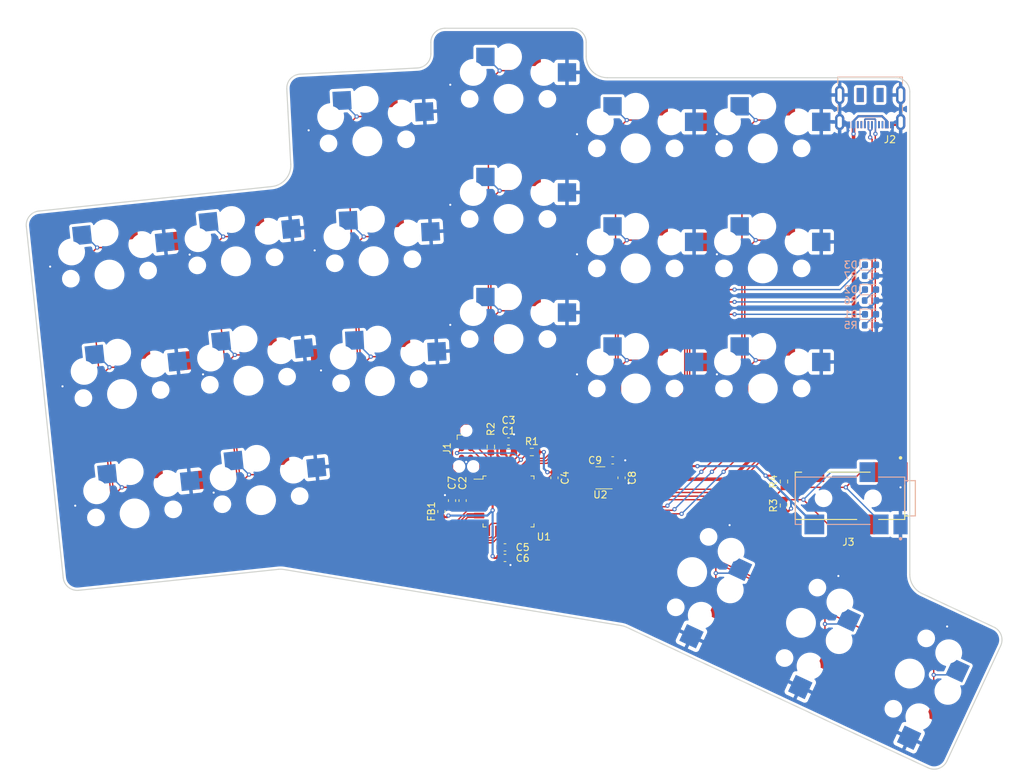
<source format=kicad_pcb>
(kicad_pcb (version 20211014) (generator pcbnew)
  (title_block (title "bd0") (rev "v1.0.0") (company "Unknown"))
  (layers (0 "F.Cu" signal) (31 "B.Cu" signal) (34 "B.Paste" user) (35 "F.Paste" user) (36 "B.SilkS" user "B.Silkscreen") (37 "F.SilkS" user "F.Silkscreen") (38 "B.Mask" user) (39 "F.Mask" user) (44 "Edge.Cuts" user))
  (net 0 "")
  (net 1 "/outer_bottom")
  (net 2 "GND")
  (net 3 "/outer_home")
  (net 4 "/outer_top")
  (net 5 "/pinky_bottom")
  (net 6 "/pinky_home")
  (net 7 "/pinky_top")
  (net 8 "/ring_bottom")
  (net 9 "/ring_home")
  (net 10 "/ring_top")
  (net 11 "/middle_bottom")
  (net 12 "/middle_home")
  (net 13 "/middle_top")
  (net 14 "/index_bottom")
  (net 15 "/index_home")
  (net 16 "/index_top")
  (net 17 "/inner_bottom")
  (net 18 "/inner_home")
  (net 19 "/inner_top")
  (net 20 "/near_thumb")
  (net 21 "/home_thumb")
  (net 22 "/far_thumb")
  (net 23 "+1V2")
  (net 24 "/3V3A")
  (net 25 "+3V3")
  (net 26 "+5V")
  (net 27 "/USB_DP")
  (net 28 "/USB_DN")
  (net 29 "/SDA")
  (net 30 "/SCL")
  (net 31 "/SWDIO")
  (net 32 "/RESETn")
  (net 33 "/SWCLK")
  (net 35 "Net-(D1-Pad2)")
  (net 36 "Net-(D2-Pad2)")
  (net 37 "Net-(D3-Pad2)")
  (net 40 "/LED0")
  (net 41 "/LED1")
  (net 42 "/LED2")
  (footprint "Connector:Tag-Connect_TC2030-IDC-NL_2x03_P1.27mm_Vertical" (layer "F.Cu") (at 216 158.5 -90)
    (fp_text reference "J1")
    (fp_text value "Conn_02x03_Odd_Even")
  )
  (footprint "PG1350" (layer "F.Cu") (at 248 176 -115)
    (fp_text reference "S19" hide)
    (fp_text value "" hide)
  )
  (footprint "PG1350" (layer "F.Cu") (at 169.054911 167.69448 6)
    (fp_text reference "S1" hide)
    (fp_text value "" hide)
  )
  (footprint "PG1350" (layer "F.Cu") (at 183.402337 131.999223 6)
    (fp_text reference "S6" hide)
    (fp_text value "" hide)
  )
  (footprint "Capacitor_SMD:C_0603_1608Metric" (layer "F.Cu") (at 228.5 162.65 -90)
    (fp_text reference "C4")
    (fp_text value "0.1uF")
  )
  (footprint "Inductor_SMD:L_0603_1608Metric" (layer "F.Cu") (at 212.5 167.425 90)
    (fp_text reference "FB1")
    (fp_text value "FerriteBead")
  )
  (footprint "Capacitor_SMD:C_0603_1608Metric" (layer "F.Cu") (at 215.5 165.875 90)
    (fp_text reference "C2")
    (fp_text value "0.1uF")
  )
  (footprint "Package_TO_SOT_SMD:SOT-23" (layer "F.Cu") (at 235 162.65 180)
    (fp_text reference "U2")
    (fp_text value "AP2127N-3.3")
  )
  (footprint "PG1350" (layer "F.Cu") (at 202.007611 115.007958 3)
    (fp_text reference "S9" hide)
    (fp_text value "" hide)
  )
  (footprint "PG1350" (layer "F.Cu") (at 240 133)
    (fp_text reference "S14" hide)
    (fp_text value "" hide)
  )
  (footprint "PG1350" (layer "F.Cu") (at 202.897322 131.984661 3)
    (fp_text reference "S8" hide)
    (fp_text value "" hide)
  )
  (footprint "PG1350" (layer "F.Cu") (at 167.277927 150.787608 6)
    (fp_text reference "S2" hide)
    (fp_text value "" hide)
  )
  (footprint "Capacitor_SMD:C_0603_1608Metric" (layer "F.Cu") (at 222 157.5)
    (fp_text reference "C3")
    (fp_text value "0.1uF")
  )
  (footprint "PG1350" (layer "F.Cu") (at 263.407232 183.18451 -115)
    (fp_text reference "S20" hide)
    (fp_text value "" hide)
  )
  (footprint "Conn_CUI_SJ-4351:CUI-SJ-43514-SMT-0" (layer "F.Cu") (at 271.1 165.2 180)
    (fp_text reference "J3")
    (fp_text value "SJ-43514" hide)
  )
  (footprint "Capacitor_SMD:C_0603_1608Metric" (layer "F.Cu") (at 238 162.65 -90)
    (fp_text reference "C8")
    (fp_text value "1uF")
  )
  (footprint "PG1350" (layer "F.Cu") (at 240 150)
    (fp_text reference "S13" hide)
    (fp_text value "" hide)
  )
  (footprint "Capacitor_SMD:C_0603_1608Metric" (layer "F.Cu") (at 222 159)
    (fp_text reference "C1")
    (fp_text value "1uF")
  )
  (footprint "Resistor_SMD:R_0603_1608Metric" (layer "F.Cu") (at 219.5 158.25 -90)
    (fp_text reference "R2")
    (fp_text value "1k")
  )
  (footprint "Resistor_SMD:R_0603_1608Metric" (layer "F.Cu") (at 225.3 159 180)
    (fp_text reference "R1")
    (fp_text value "10k")
  )
  (footprint "PG1350" (layer "F.Cu") (at 186.956305 165.812968 6)
    (fp_text reference "S4" hide)
    (fp_text value "" hide)
  )
  (footprint "PG1350" (layer "F.Cu") (at 165.500943 133.880736 6)
    (fp_text reference "S3" hide)
    (fp_text value "" hide)
  )
  (footprint "PG1350" (layer "F.Cu") (at 258 150)
    (fp_text reference "S16" hide)
    (fp_text value "" hide)
  )
  (footprint "Connector_USB:USB_C_Receptacle_JAE_DX07S016JA1R1500" (layer "F.Cu") (at 273.2 109.6 180)
    (fp_text reference "J2")
    (fp_text value "USB_C_Receptacle_USB2.0")
  )
  (footprint "PG1350" (layer "F.Cu") (at 278.814465 190.369021 -115)
    (fp_text reference "S21" hide)
    (fp_text value "" hide)
  )
  (footprint "PG1350" (layer "F.Cu") (at 258 116)
    (fp_text reference "S18" hide)
    (fp_text value "" hide)
  )
  (footprint "Resistor_SMD:R_0603_1608Metric" (layer "F.Cu") (at 261 166.575 90)
    (fp_text reference "R3")
    (fp_text value "10k")
  )
  (footprint "Resistor_SMD:R_0603_1608Metric" (layer "F.Cu") (at 261 163.175 -90)
    (fp_text reference "R4")
    (fp_text value "10k")
  )
  (footprint "PG1350" (layer "F.Cu") (at 203.787033 148.961363 3)
    (fp_text reference "S7" hide)
    (fp_text value "" hide)
  )
  (footprint "PG1350" (layer "F.Cu") (at 240 116)
    (fp_text reference "S15" hide)
    (fp_text value "" hide)
  )
  (footprint "Capacitor_SMD:C_0603_1608Metric" (layer "F.Cu") (at 236.75 160.175)
    (fp_text reference "C9")
    (fp_text value "1uF")
  )
  (footprint "Package_QFP:TQFP-48_7x7mm_P0.5mm" (layer "F.Cu") (at 222 166)
    (fp_text reference "U1")
    (fp_text value "ATSAMD21G15B-A")
  )
  (footprint "PG1350" (layer "F.Cu") (at 222 143)
    (fp_text reference "S10" hide)
    (fp_text value "" hide)
  )
  (footprint "PG1350" (layer "F.Cu") (at 222 109)
    (fp_text reference "S12" hide)
    (fp_text value "" hide)
  )
  (footprint "PG1350" (layer "F.Cu") (at 222 126)
    (fp_text reference "S11" hide)
    (fp_text value "" hide)
  )
  (footprint "Capacitor_SMD:C_0603_1608Metric" (layer "F.Cu") (at 214 165.875 90)
    (fp_text reference "C7")
    (fp_text value "10uF")
  )
  (footprint "PG1350" (layer "F.Cu") (at 185.179321 148.906095 6)
    (fp_text reference "S5" hide)
    (fp_text value "" hide)
  )
  (footprint "Capacitor_SMD:C_0603_1608Metric" (layer "F.Cu") (at 221.5 172.5)
    (fp_text reference "C5")
    (fp_text value "0.1uF")
  )
  (footprint "Capacitor_SMD:C_0603_1608Metric" (layer "F.Cu") (at 221.5 174)
    (fp_text reference "C6")
    (fp_text value "10uF")
  )
  (footprint "PG1350" (layer "F.Cu") (at 258 133)
    (fp_text reference "S17" hide)
    (fp_text value "" hide)
  )
  (footprint "Connector_USB:USB_C_Receptacle_JAE_DX07S016JA1R1500" (layer "B.Cu") (at 273.2 109.6)
    (fp_text reference "J20" hide)
    (fp_text value "USB_C_Receptacle_USB2.0")
  )
  (footprint "Diode_SMD:D_0603_1608Metric" (layer "B.Cu") (at 273.25 139.5)
    (fp_text reference "D1")
    (fp_text value "LED")
  )
  (footprint "Diode_SMD:D_0603_1608Metric" (layer "B.Cu") (at 273.25 136)
    (fp_text reference "D2")
    (fp_text value "LED")
  )
  (footprint "Conn_CUI_SJ-4351:CUI-SJ-43514-SMT-0" (layer "B.Cu") (at 271.1 165.9 180)
    (fp_text reference "J30" hide)
    (fp_text value "SJ-43514" hide)
  )
  (footprint "Diode_SMD:D_0603_1608Metric" (layer "B.Cu") (at 273.25 132.5)
    (fp_text reference "D3")
    (fp_text value "LED")
  )
  (footprint "Resistor_SMD:R_0603_1608Metric" (layer "B.Cu") (at 273.25 137.55)
    (fp_text reference "R6")
    (fp_text value "470")
  )
  (footprint "Resistor_SMD:R_0603_1608Metric" (layer "B.Cu") (at 273.25 141.05)
    (fp_text reference "R5")
    (fp_text value "470")
  )
  (footprint "Resistor_SMD:R_0603_1608Metric" (layer "B.Cu") (at 273.25 134.05)
    (fp_text reference "R7")
    (fp_text value "470")
  )
  (gr_line (start 155.504961 124.876273) (end 188.481156 121.410335) (layer "Edge.Cuts") (width 0.15))
  (gr_line (start 192.496585 105.492687) (end 209.104672 104.622294) (layer "Edge.Cuts") (width 0.15))
  (gr_arc (start 189.397493 175.611472) (mid 189.801129 175.596389) (end 190.203132 175.635665) (layer "Edge.Cuts") (width 0.15))
  (gr_line (start 161.149499 178.580455) (end 189.397493 175.611471) (layer "Edge.Cuts") (width 0.15))
  (gr_line (start 284.073978 202.751973) (end 291.681107 186.438433) (layer "Edge.Cuts") (width 0.15))
  (gr_arc (start 280.54661 179.039576) (mid 279.284291 177.932552) (end 278.814465 176.320653) (layer "Edge.Cuts") (width 0.15))
  (gr_arc (start 153.724974 127.074374) (mid 154.159726 125.606676) (end 155.504961 124.876273) (layer "Edge.Cuts") (width 0.15))
  (gr_arc (start 284.073978 202.751974) (mid 282.945403 203.786122) (end 281.416126 203.719352) (layer "Edge.Cuts") (width 0.15))
  (gr_line (start 213 99) (end 231 99) (layer "Edge.Cuts") (width 0.15))
  (gr_arc (start 161.149499 178.580455) (mid 159.681801 178.145703) (end 158.951398 176.800468) (layer "Edge.Cuts") (width 0.15))
  (gr_arc (start 190.603998 107.594618) (mid 191.114967 106.151685) (end 192.496585 105.492687) (layer "Edge.Cuts") (width 0.15))
  (gr_line (start 278.814465 176.320653) (end 278.814465 108) (layer "Edge.Cuts") (width 0.15))
  (gr_arc (start 231 99) (mid 232.414214 99.585786) (end 233 101) (layer "Edge.Cuts") (width 0.15))
  (gr_line (start 236 106) (end 276.814465 106) (layer "Edge.Cuts") (width 0.15))
  (gr_line (start 280.54661 179.039576) (end 290.713728 183.780581) (layer "Edge.Cuts") (width 0.15))
  (gr_arc (start 236 106) (mid 233.87868 105.12132) (end 233 103) (layer "Edge.Cuts") (width 0.15))
  (gr_arc (start 211 102.625035) (mid 210.450749 104.001744) (end 209.104672 104.622294) (layer "Edge.Cuts") (width 0.15))
  (gr_arc (start 191.163459 118.269761) (mid 190.448788 120.375113) (end 188.481156 121.410335) (layer "Edge.Cuts") (width 0.15))
  (gr_line (start 238.733904 183.816305) (end 281.416126 203.719352) (layer "Edge.Cuts") (width 0.15))
  (gr_line (start 190.203132 175.635665) (end 237.958102 183.575857) (layer "Edge.Cuts") (width 0.15))
  (gr_arc (start 290.713727 183.780581) (mid 291.747876 184.909156) (end 291.681107 186.438433) (layer "Edge.Cuts") (width 0.15))
  (gr_line (start 153.724975 127.074374) (end 158.951398 176.800468) (layer "Edge.Cuts") (width 0.15))
  (gr_arc (start 211 101) (mid 211.585786 99.585786) (end 213 99) (layer "Edge.Cuts") (width 0.15))
  (gr_line (start 190.603998 107.594618) (end 191.163459 118.269761) (layer "Edge.Cuts") (width 0.15))
  (gr_arc (start 276.814465 106) (mid 278.228679 106.585786) (end 278.814465 108) (layer "Edge.Cuts") (width 0.15))
  (gr_line (start 233 103) (end 233 101) (layer "Edge.Cuts") (width 0.15))
  (gr_line (start 211 102.625035) (end 211 101) (layer "Edge.Cuts") (width 0.15))
  (gr_arc (start 237.958102 183.575856) (mid 238.354178 183.669704) (end 238.733904 183.816305) (layer "Edge.Cuts") (width 0.15))
  (segment (start 170.04904 172.54904) (end 166.85 169.35) (width 0.2) (layer "F.Cu") (net 1))
  (segment (start 167.25 164) (end 166.425 164.825) (width 0.2) (layer "F.Cu") (net 1))
  (segment (start 214.804744 172.54904) (end 170.04904 172.54904) (width 0.2) (layer "F.Cu") (net 1))
  (segment (start 222.594296 176.1) (end 218.355704 176.1) (width 0.2) (layer "F.Cu") (net 1))
  (segment (start 218.355704 176.1) (end 214.804744 172.54904) (width 0.2) (layer "F.Cu") (net 1))
  (segment (start 167.25 164) (end 169.12477 164) (width 0.2) (layer "F.Cu") (net 1))
  (segment (start 223.75 170.1625) (end 223.75 174.944296) (width 0.2) (layer "F.Cu") (net 1))
  (segment (start 169.12477 164) (end 171.690026 161.434744) (width 0.2) (layer "F.Cu") (net 1))
  (segment (start 166.85 169.35) (end 166.425 164.825) (width 0.2) (layer "F.Cu") (net 1))
  (segment (start 223.75 174.944296) (end 222.594296 176.1) (width 0.2) (layer "F.Cu") (net 1))
  (via (at 167.25 164) (size 0.6) (drill 0.3) (layers "F.Cu" "B.Cu") (net 1))
  (segment (start 167.25 164) (end 165.369405 162.119405) (width 0.2) (layer "B.Cu") (net 1))
  (segment (start 165.369405 162.119405) (end 165.175907 162.119405) (width 0.2) (layer "B.Cu") (net 1))
  (segment (start 213.75 122.275) (end 213.725 122.25) (width 0.3) (layer "F.Cu") (net 2))
  (segment (start 157.1 132.75) (end 156.879293 131.016252) (width 0.3) (layer "F.Cu") (net 2))
  (segment (start 158.85 149.7) (end 158.656277 147.923124) (width 0.3) (layer "F.Cu") (net 2))
  (segment (start 231.7 114) (end 231.7 112.275) (width 0.3) (layer "F.Cu") (net 2))
  (segment (start 222.275 174) (end 222.275 175) (width 0.3) (layer "F.Cu") (net 2))
  (segment (start 249.75 146.25) (end 251.5 148) (width 0.3) (layer "F.Cu") (net 2))
  (segment (start 217.8375 165.25) (end 215.65 165.25) (width 0.3) (layer "F.Cu") (net 2))
  (segment (start 215.5 165.1) (end 214 165.1) (width 0.3) (layer "F.Cu") (net 2))
  (segment (start 226.1625 163.75) (end 228.175 163.75) (width 0.3) (layer "F.Cu") (net 2))
  (segment (start 228.175 163.75) (end 228.5 163.425) (width 0.3) (layer "F.Cu") (net 2))
  (segment (start 160.65 166.6) (end 160.433261 164.829996) (width 0.3) (layer "F.Cu") (net 2))
  (segment (start 284.1 183.7) (end 285.710285 184.454143) (width 0.3) (layer "F.Cu") (net 2))
  (segment (start 213.75 107) (end 213.75 105.275) (width 0.3) (layer "F.Cu") (net 2))
  (segment (start 221.75 171.975) (end 222.275 172.5) (width 0.3) (layer "F.Cu") (net 2))
  (segment (start 249.725 112.25) (end 249.75 112.25) (width 0.3) (layer "F.Cu") (net 2))
  (segment (start 253.3 169.35) (end 254.89582 170.085122) (width 0.3) (layer "F.Cu") (net 2))
  (segment (start 194.55 130.45) (end 194.437403 128.67288) (width 0.3) (layer "F.Cu") (net 2))
  (segment (start 195.45 147.45) (end 195.327114 145.649582) (width 0.3) (layer "F.Cu") (net 2))
  (segment (start 228.675 163.6) (end 228.5 163.425) (width 0.3) (layer "F.Cu") (net 2))
  (segment (start 249.75 129.25) (end 251.5 131) (width 0.3) (layer "F.Cu") (net 2))
  (segment (start 249.75 112.25) (end 251.5 114) (width 0.3) (layer "F.Cu") (net 2))
  (segment (start 221.75 170.1625) (end 221.75 171.975) (width 0.3) (layer "F.Cu") (net 2))
  (segment (start 213.75 141) (end 213.75 139.275) (width 0.3) (layer "F.Cu") (net 2))
  (segment (start 178.448484 162.948484) (end 178.334655 162.948484) (width 0.3) (layer "F.Cu") (net 2))
  (segment (start 222.775 159) (end 222.775 157.5) (width 0.3) (layer "F.Cu") (net 2))
  (segment (start 235.9375 163.6) (end 228.675 163.6) (width 0.3) (layer "F.Cu") (net 2))
  (segment (start 222.275 172.5) (end 222.275 174) (width 0.3) (layer "F.Cu") (net 2))
  (segment (start 193.7 113.45) (end 193.547692 111.696177) (width 0.3) (layer "F.Cu") (net 2))
  (segment (start 231.7 146.275) (end 231.725 146.25) (width 0.3) (layer "F.Cu") (net 2))
  (segment (start 276.3 112.69) (end 277.105 112.69) (width 0.3) (layer "F.Cu") (net 2))
  (segment (start 178.75 148) (end 176.791611 146.041611) (width 0.3) (layer "F.Cu") (net 2))
  (segment (start 249.725 146.25) (end 249.75 146.25) (width 0.3) (layer "F.Cu") (net 2))
  (segment (start 237.825 163.6) (end 238 163.425) (width 0.3) (layer "F.Cu") (net 2))
  (segment (start 174.934739 129.134739) (end 174.780687 129.134739) (width 0.3) (layer "F.Cu") (net 2))
  (segment (start 237.525 160.175) (end 238.525 160.175) (width 0.3) (layer "F.Cu") (net 2))
  (segment (start 213.75 124) (end 213.75 122.275) (width 0.3) (layer "F.Cu") (net 2))
  (segment (start 222.25 161.8375) (end 222.25 159.525) (width 0.3) (layer "F.Cu") (net 2))
  (segment (start 176.791611 146.041611) (end 176.557671 146.041611) (width 0.3) (layer "F.Cu") (net 2))
  (segment (start 214 165.1) (end 213 165.1) (width 0.3) (layer "F.Cu") (net 2))
  (segment (start 231.7 148) (end 231.7 146.275) (width 0.3) (layer "F.Cu") (net 2))
  (segment (start 268.7 176.55) (end 270.303052 177.269632) (width 0.3) (layer "F.Cu") (net 2))
  (segment (start 180.25 164.75) (end 178.448484 162.948484) (width 0.3) (layer "F.Cu") (net 2))
  (segment (start 270.1 112.69) (end 269.295 112.69) (width 0.3) (layer "F.Cu") (net 2))
  (segment (start 249.725 129.25) (end 249.75 129.25) (width 0.3) (layer "F.Cu") (net 2))
  (segment (start 215.37 159.77) (end 216 160.4) (width 0.3) (layer "F.Cu") (net 2))
  (segment (start 239 163.425) (end 238 163.425) (width 0.3) (layer "F.Cu") (net 2))
  (segment (start 231.7 112.275) (end 231.725 112.25) (width 0.3) (layer "F.Cu") (net 2))
  (segment (start 269.295 112.69) (end 268.88 112.275) (width 0.3) (layer "F.Cu") (net 2))
  (segment (start 213.75 139.275) (end 213.725 139.25) (width 0.3) (layer "F.Cu") (net 2))
  (segment (start 222.775 156.5) (end 222.775 157.5) (width 0.3) (layer "F.Cu") (net 2))
  (segment (start 215.365 159.77) (end 215.37 159.77) (width 0.3) (layer "F.Cu") (net 2))
  (segment (start 277.105 112.69) (end 277.52 112.275) (width 0.3) (layer "F.Cu") (net 2))
  (segment (start 231.7 131) (end 231.7 129.275) (width 0.3) (layer "F.Cu") (net 2))
  (segment (start 176.85 131.05) (end 174.934739 129.134739) (width 0.3) (layer "F.Cu") (net 2))
  (segment (start 235.9375 163.6) (end 237.825 163.6) (width 0.3) (layer "F.Cu") (net 2))
  (segment (start 277.5 161.850001) (end 277.5 164) (width 0.3) (layer "F.Cu") (net 2))
  (segment (start 222.25 159.525) (end 222.775 159) (width 0.3) (layer "F.Cu") (net 2))
  (segment (start 213.75 105.275) (end 213.725 105.25) (width 0.3) (layer "F.Cu") (net 2))
  (segment (start 231.7 129.275) (end 231.725 129.25) (width 0.3) (layer "F.Cu") (net 2))
  (segment (start 215.65 165.25) (end 215.5 165.1) (width 0.3) (layer "F.Cu") (net 2))
  (via (at 178.75 148) (size 0.6) (drill 0.3) (layers "F.Cu" "B.Cu") (net 2))
  (via (at 213.75 124) (size 0.6) (drill 0.3) (layers "F.Cu" "B.Cu") (net 2))
  (via (at 194.55 130.45) (size 0.6) (drill 0.3) (layers "F.Cu" "B.Cu") (net 2))
  (via (at 251.5 114) (size 0.6) (drill 0.3) (layers "F.Cu" "B.Cu") (net 2))
  (via (at 213 165.1) (size 0.6) (drill 0.3) (layers "F.Cu" "B.Cu") (net 2))
  (via (at 222.775 156.5) (size 0.6) (drill 0.3) (layers "F.Cu" "B.Cu") (net 2))
  (via (at 158.85 149.7) (size 0.6) (drill 0.3) (layers "F.Cu" "B.Cu") (net 2))
  (via (at 238.525 160.175) (size 0.6) (drill 0.3) (layers "F.Cu" "B.Cu") (net 2))
  (via (at 277.5 164) (size 0.6) (drill 0.3) (layers "F.Cu" "B.Cu") (net 2))
  (via (at 216 160.4) (size 0.6) (drill 0.3) (layers "F.Cu" "B.Cu") (net 2))
  (via (at 284.1 183.7) (size 0.6) (drill 0.3) (layers "F.Cu" "B.Cu") (net 2))
  (via (at 160.65 166.6) (size 0.6) (drill 0.3) (layers "F.Cu" "B.Cu") (net 2))
  (via (at 231.7 114) (size 0.6) (drill 0.3) (layers "F.Cu" "B.Cu") (net 2))
  (via (at 193.7 113.45) (size 0.6) (drill 0.3) (layers "F.Cu" "B.Cu") (net 2))
  (via (at 268.7 176.55) (size 0.6) (drill 0.3) (layers "F.Cu" "B.Cu") (net 2))
  (via (at 213.75 141) (size 0.6) (drill 0.3) (layers "F.Cu" "B.Cu") (net 2))
  (via (at 251.5 131) (size 0.6) (drill 0.3) (layers "F.Cu" "B.Cu") (net 2))
  (via (at 176.85 131.05) (size 0.6) (drill 0.3) (layers "F.Cu" "B.Cu") (net 2))
  (via (at 253.3 169.35) (size 0.6) (drill 0.3) (layers "F.Cu" "B.Cu") (net 2))
  (via (at 180.25 164.75) (size 0.6) (drill 0.3) (layers "F.Cu" "B.Cu") (net 2))
  (via (at 222.275 175) (size 0.6) (drill 0.3) (layers "F.Cu" "B.Cu") (net 2))
  (via (at 239 163.425) (size 0.6) (drill 0.3) (layers "F.Cu" "B.Cu") (net 2))
  (via (at 231.7 148) (size 0.6) (drill 0.3) (layers "F.Cu" "B.Cu") (net 2))
  (via (at 251.5 148) (size 0.6) (drill 0.3) (layers "F.Cu" "B.Cu") (net 2))
  (via (at 213.75 107) (size 0.6) (drill 0.3) (layers "F.Cu" "B.Cu") (net 2))
  (via (at 231.7 131) (size 0.6) (drill 0.3) (layers "F.Cu" "B.Cu") (net 2))
  (via (at 157.1 132.75) (size 0.6) (drill 0.3) (layers "F.Cu" "B.Cu") (net 2))
  (via (at 195.45 147.45) (size 0.6) (drill 0.3) (layers "F.Cu" "B.Cu") (net 2))
  (segment (start 274.075 134.05) (end 274.075 134.075) (width 0.3) (layer "B.Cu") (net 2))
  (segment (start 274.075 137.55) (end 274.075 137.625) (width 0.3) (layer "B.Cu") (net 2))
  (segment (start 274.075 137.625) (end 273.25 138.45) (width 0.3) (layer "B.Cu") (net 2))
  (segment (start 274.075 134.075) (end 273.25 134.9) (width 0.3) (layer "B.Cu") (net 2))
  (segment (start 224.25 170.1625) (end 224.25 174.938591) (width 0.2) (layer "F.Cu") (net 3))
  (segment (start 165.5 147) (end 164.52027 147.97973) (width 0.2) (layer "F.Cu") (net 3))
  (segment (start 164.52027 147.97973) (end 164.52027 148.02027) (width 0.2) (layer "F.Cu") (net 3))
  (segment (start 169.9 172.9) (end 169.4 172.4) (width 0.2) (layer "F.Cu") (net 3))
  (segment (start 214.661408 172.9) (end 169.9 172.9) (width 0.2) (layer "F.Cu") (net 3))
  (segment (start 218.211408 176.45) (end 214.661408 172.9) (width 0.2) (layer "F.Cu") (net 3))
  (segment (start 167.440914 147) (end 169.913042 144.527872) (width 0.2) (layer "F.Cu") (net 3))
  (segment (start 169.4 172.4) (end 169.394296 172.4) (width 0.2) (layer "F.Cu") (net 3))
  (segment (start 165.5 147) (end 167.440914 147) (width 0.2) (layer "F.Cu") (net 3))
  (segment (start 166.497148 169.502852) (end 164.52027 148.02027) (width 0.2) (layer "F.Cu") (net 3))
  (segment (start 222.738591 176.45) (end 218.211408 176.45) (width 0.2) (layer "F.Cu") (net 3))
  (segment (start 169.394296 172.4) (end 166.497148 169.502852) (width 0.2) (layer "F.Cu") (net 3))
  (segment (start 224.25 174.938591) (end 222.738591 176.45) (width 0.2) (layer "F.Cu") (net 3))
  (via (at 165.5 147) (size 0.6) (drill 0.3) (layers "F.Cu" "B.Cu") (net 3))
  (segment (start 163.712533 145.212533) (end 163.398923 145.212533) (width 0.2) (layer "B.Cu") (net 3))
  (segment (start 165.5 147) (end 163.712533 145.212533) (width 0.2) (layer "B.Cu") (net 3))
  (segment (start 166.15 169.65) (end 162.45 131.35) (width 0.2) (layer "F.Cu") (net 4))
  (segment (start 218.067112 176.8) (end 214.516632 173.24952) (width 0.2) (layer "F.Cu") (net 4))
  (segment (start 169.95 173.25) (end 169.75 173.25) (width 0.2) (layer "F.Cu") (net 4))
  (segment (start 163.75 130.05) (end 162.45 131.35) (width 0.2) (layer "F.Cu") (net 4))
  (segment (start 222.882886 176.8) (end 218.067112 176.8) (width 0.2) (layer "F.Cu") (net 4))
  (segment (start 214.516632 173.24952) (end 169.95048 173.24952) (width 0.2) (layer "F.Cu") (net 4))
  (segment (start 165.95 130.05) (end 168.136058 127.863942) (width 0.2) (layer "F.Cu") (net 4))
  (segment (start 168.136058 127.863942) (end 168.136058 127.621) (width 0.2) (layer "F.Cu") (net 4))
  (segment (start 224.75 174.932886) (end 222.882886 176.8) (width 0.2) (layer "F.Cu") (net 4))
  (segment (start 169.75 173.25) (end 166.15 169.65) (width 0.2) (layer "F.Cu") (net 4))
  (segment (start 169.95048 173.24952) (end 169.95 173.25) (width 0.2) (layer "F.Cu") (net 4))
  (segment (start 163.75 130.05) (end 165.95 130.05) (width 0.2) (layer "F.Cu") (net 4))
  (segment (start 224.75 170.1625) (end 224.75 174.932886) (width 0.2) (layer "F.Cu") (net 4))
  (via (at 163.75 130.05) (size 0.6) (drill 0.3) (layers "F.Cu" "B.Cu") (net 4))
  (segment (start 163.75 130.05) (end 162.005661 128.305661) (width 0.2) (layer "B.Cu") (net 4))
  (segment (start 162.005661 128.305661) (end 161.621939 128.305661) (width 0.2) (layer "B.Cu") (net 4))
  (segment (start 219.60846 171.50048) (end 186.90048 171.50048) (width 0.2) (layer "F.Cu") (net 5))
  (segment (start 185.25 162.2) (end 186.944652 162.2) (width 0.2) (layer "F.Cu") (net 5))
  (segment (start 220.25 170.1625) (end 220.25 170.85894) (width 0.2) (layer "F.Cu") (net 5))
  (segment (start 220.25 170.85894) (end 219.60846 171.50048) (width 0.2) (layer "F.Cu") (net 5))
  (segment (start 186.944652 162.2) (end 189.59142 159.553232) (width 0.2) (layer "F.Cu") (net 5))
  (segment (start 186.90048 171.50048) (end 185.1 169.7) (width 0.2) (layer "F.Cu") (net 5))
  (segment (start 185.1 169.7) (end 184.4 163.05) (width 0.2) (layer "F.Cu") (net 5))
  (segment (start 184.4 163.05) (end 185.25 162.2) (width 0.2) (layer "F.Cu") (net 5))
  (via (at 185.25 162.2) (size 0.6) (drill 0.3) (layers "F.Cu" "B.Cu") (net 5))
  (segment (start 183.287893 160.237893) (end 183.077301 160.237893) (width 0.2) (layer "B.Cu") (net 5))
  (segment (start 185.25 162.2) (end 183.287893 160.237893) (width 0.2) (layer "B.Cu") (net 5))
  (segment (start 185.210795 145.25) (end 187.814436 142.646359) (width 0.2) (layer "F.Cu") (net 6))
  (segment (start 184.755704 169.875) (end 184.75 169.875) (width 0.2) (layer "F.Cu") (net 6))
  (segment (start 219.753236 171.85) (end 186.730703 171.849999) (width 0.2) (layer "F.Cu") (net 6))
  (segment (start 186.730703 171.849999) (end 184.755704 169.875) (width 0.2) (layer "F.Cu") (net 6))
  (segment (start 219.951618 171.651618) (end 219.753236 171.85) (width 0.2) (layer "F.Cu") (net 6))
  (segment (start 184.75 169.875) (end 182.2 146.3) (width 0.2) (layer "F.Cu") (net 6))
  (segment (start 220.75 170.85894) (end 219.957322 171.651618) (width 0.2) (layer "F.Cu") (net 6))
  (segment (start 219.957322 171.651618) (end 219.951618 171.651618) (width 0.2) (layer "F.Cu") (net 6))
  (segment (start 220.75 170.1625) (end 220.75 170.85894) (width 0.2) (layer "F.Cu") (net 6))
  (segment (start 183.25 145.25) (end 182.2 146.3) (width 0.2) (layer "F.Cu") (net 6))
  (segment (start 183.25 145.25) (end 185.210795 145.25) (width 0.2) (layer "F.Cu") (net 6))
  (via (at 183.25 145.25) (size 0.6) (drill 0.3) (layers "F.Cu" "B.Cu") (net 6))
  (segment (start 183.25 145.25) (end 181.33102 143.33102) (width 0.2) (layer "B.Cu") (net 6))
  (segment (start 181.33102 143.33102) (end 181.300317 143.33102) (width 0.2) (layer "B.Cu") (net 6))
  (segment (start 186.57452 172.19952) (end 184.375 170) (width 0.2) (layer "F.Cu") (net 7))
  (segment (start 181.6 128.5) (end 183.276939 128.5) (width 0.2) (layer "F.Cu") (net 7))
  (segment (start 218.5 175.75) (end 214.94952 172.19952) (width 0.2) (layer "F.Cu") (net 7))
  (segment (start 181.6 128.5) (end 180.1 130) (width 0.2) (layer "F.Cu") (net 7))
  (segment (start 214.94952 172.19952) (end 186.57452 172.19952) (width 0.2) (layer "F.Cu") (net 7))
  (segment (start 222.45 175.75) (end 218.5 175.75) (width 0.2) (layer "F.Cu") (net 7))
  (segment (start 184.375 170) (end 180.1 130) (width 0.2) (layer "F.Cu") (net 7))
  (segment (start 183.276939 128.5) (end 186.037452 125.739487) (width 0.2) (layer "F.Cu") (net 7))
  (segment (start 223.25 174.95) (end 222.45 175.75) (width 0.2) (layer "F.Cu") (net 7))
  (segment (start 223.25 170.1625) (end 223.25 174.95) (width 0.2) (layer "F.Cu") (net 7))
  (via (at 181.6 128.5) (size 0.6) (drill 0.3) (layers "F.Cu" "B.Cu") (net 7))
  (segment (start 181.6 128.5) (end 181.599185 128.5) (width 0.2) (layer "B.Cu") (net 7))
  (segment (start 181.599185 128.5) (end 179.523333 126.424148) (width 0.2) (layer "B.Cu") (net 7))
  (segment (start 217.8375 168.25) (end 216.2 168.25) (width 0.2) (layer "F.Cu") (net 8))
  (segment (start 202.5 145.5) (end 201.454688 146.545312) (width 0.2) (layer "F.Cu") (net 8))
  (segment (start 211.8 169.65) (end 202.05 159.9) (width 0.2) (layer "F.Cu") (net 8))
  (segment (start 214.8 169.65) (end 211.8 169.65) (width 0.2) (layer "F.Cu") (net 8))
  (segment (start 202.05 159.9) (end 201.45 146.55) (width 0.2) (layer "F.Cu") (net 8))
  (segment (start 202.5 145.5) (end 204.094263 145.5) (width 0.2) (layer "F.Cu") (net 8))
  (segment (start 204.094263 145.5) (end 206.746146 142.848117) (width 0.2) (layer "F.Cu") (net 8))
  (segment (start 216.2 168.25) (end 214.8 169.65) (width 0.2) (layer "F.Cu") (net 8))
  (via (at 202.5 145.5) (size 0.6) (drill 0.3) (layers "F.Cu" "B.Cu") (net 8))
  (segment (start 200.205122 143.205122) (end 200.205122 143.190918) (width 0.2) (layer "B.Cu") (net 8))
  (segment (start 202.5 145.5) (end 200.205122 143.205122) (width 0.2) (layer "B.Cu") (net 8))
  (segment (start 201.5 128.5) (end 203.22785 128.5) (width 0.2) (layer "F.Cu") (net 9))
  (segment (start 211.65 170) (end 201.702852 160.052852) (width 0.2) (layer "F.Cu") (net 9))
  (segment (start 214.95 170) (end 211.65 170) (width 0.2) (layer "F.Cu") (net 9))
  (segment (start 200.25 129.75) (end 201.5 128.5) (width 0.2) (layer "F.Cu") (net 9))
  (segment (start 216.2 168.75) (end 214.95 170) (width 0.2) (layer "F.Cu") (net 9))
  (segment (start 203.22785 128.5) (end 205.856435 125.871415) (width 0.2) (layer "F.Cu") (net 9))
  (segment (start 201.7 160.052852) (end 200.25 129.75) (width 0.2) (layer "F.Cu") (net 9))
  (segment (start 217.8375 168.75) (end 216.2 168.75) (width 0.2) (layer "F.Cu") (net 9))
  (via (at 201.5 128.5) (size 0.6) (drill 0.3) (layers "F.Cu" "B.Cu") (net 9))
  (segment (start 201.5 128.5) (end 199.315411 126.315411) (width 0.2) (layer "B.Cu") (net 9))
  (segment (start 199.315411 126.315411) (end 199.315411 126.214216) (width 0.2) (layer "B.Cu") (net 9))
  (segment (start 201.35 160.2) (end 199 113) (width 0.2) (layer "F.Cu") (net 10))
  (segment (start 219.75 170.1625) (end 219.75 170.85894) (width 0.2) (layer "F.Cu") (net 10))
  (segment (start 219.45894 171.15) (end 212.3 171.15) (width 0.2) (layer "F.Cu") (net 10))
  (segment (start 212.3 171.15) (end 201.35 160.2) (width 0.2) (layer "F.Cu") (net 10))
  (segment (start 200.5 111.5) (end 202.361436 111.5) (width 0.2) (layer "F.Cu") (net 10))
  (segment (start 202.361436 111.5) (end 204.966724 108.894712) (width 0.2) (layer "F.Cu") (net 10))
  (segment (start 219.75 170.85894) (end 219.45894 171.15) (width 0.2) (layer "F.Cu") (net 10))
  (segment (start 200.5 111.5) (end 199 113) (width 0.2) (layer "F.Cu") (net 10))
  (via (at 200.5 111.5) (size 0.6) (drill 0.3) (layers "F.Cu" "B.Cu") (net 10))
  (segment (start 200.5 111.5) (end 198.4257 109.4257) (width 0.2) (layer "B.Cu") (net 10))
  (segment (start 198.4257 109.4257) (end 198.4257 109.237513) (width 0.2) (layer "B.Cu") (net 10))
  (segment (start 220.75 139) (end 223.325 139) (width 0.2) (layer "F.Cu") (net 11))
  (segment (start 220.75 139) (end 219.85 139.9) (width 0.2) (layer "F.Cu") (net 11))
  (segment (start 219.85 139.9) (end 219.85 149.1) (width 0.2) (layer "F.Cu") (net 11))
  (segment (start 216.393272 164.75) (end 217.8375 164.75) (width 0.2) (layer "F.Cu") (net 11))
  (segment (start 223.325 139) (end 225.275 137.05) (width 0.2) (layer "F.Cu") (net 11))
  (segment (start 213.35 161.70673) (end 216.393272 164.75) (width 0.2) (layer "F.Cu") (net 11))
  (segment (start 213.35 155.6) (end 213.35 161.70673) (width 0.2) (layer "F.Cu") (net 11))
  (segment (start 219.85 149.1) (end 213.35 155.6) (width 0.2) (layer "F.Cu") (net 11))
  (via (at 220.75 139) (size 0.6) (drill 0.3) (layers "F.Cu" "B.Cu") (net 11))
  (segment (start 220.75 139) (end 218.8 137.05) (width 0.2) (layer "B.Cu") (net 11))
  (segment (start 218.8 137.05) (end 218.725 137.05) (width 0.2) (layer "B.Cu") (net 11))
  (segment (start 211.5 168.349733) (end 212.100267 168.95) (width 0.2) (layer "F.Cu") (net 12))
  (segment (start 219.50048 148.94952) (end 211.5 156.95) (width 0.2) (layer "F.Cu") (net 12))
  (segment (start 220.75 122) (end 219.50048 123.24952) (width 0.2) (layer "F.Cu") (net 12))
  (segment (start 211.5 156.95) (end 211.5 168.349733) (width 0.2) (layer "F.Cu") (net 12))
  (segment (start 219.50048 123.24952) (end 219.50048 148.94952) (width 0.2) (layer "F.Cu") (net 12))
  (segment (start 216.2 167.25) (end 217.8375 167.25) (width 0.2) (layer "F.Cu") (net 12))
  (segment (start 212.100267 168.95) (end 214.5 168.95) (width 0.2) (layer "F.Cu") (net 12))
  (segment (start 214.5 168.95) (end 216.2 167.25) (width 0.2) (layer "F.Cu") (net 12))
  (segment (start 223.325 122) (end 225.275 120.05) (width 0.2) (layer "F.Cu") (net 12))
  (segment (start 220.75 122) (end 223.325 122) (width 0.2) (layer "F.Cu") (net 12))
  (via (at 220.75 122) (size 0.6) (drill 0.3) (layers "F.Cu" "B.Cu") (net 12))
  (segment (start 218.8 120.05) (end 218.725 120.05) (width 0.2) (layer "B.Cu") (net 12))
  (segment (start 220.75 122) (end 218.8 120.05) (width 0.2) (layer "B.Cu") (net 12))
  (segment (start 211.15 156.8) (end 219.15096 148.79904) (width 0.2) (layer "F.Cu") (net 13))
  (segment (start 219.15096 106.59904) (end 220.75 105) (width 0.2) (layer "F.Cu") (net 13))
  (segment (start 223.325 105) (end 225.275 103.05) (width 0.2) (layer "F.Cu") (net 13))
  (segment (start 211.949519 169.299519) (end 211.15 168.5) (width 0.2) (layer "F.Cu") (net 13))
  (segment (start 219.15096 148.79904) (end 219.15096 106.59904) (width 0.2) (layer "F.Cu") (net 13))
  (segment (start 211.15 168.5) (end 211.15 156.8) (width 0.2) (layer "F.Cu") (net 13))
  (segment (start 220.75 105) (end 223.325 105) (width 0.2) (layer "F.Cu") (net 13))
  (segment (start 214.644775 169.29952) (end 211.949519 169.299519) (width 0.2) (layer "F.Cu") (net 13))
  (segment (start 217.8375 167.75) (end 216.194296 167.75) (width 0.2) (layer "F.Cu") (net 13))
  (segment (start 216.194296 167.75) (end 214.644775 169.29952) (width 0.2) (layer "F.Cu") (net 13))
  (via (at 220.75 105) (size 0.6) (drill 0.3) (layers "F.Cu" "B.Cu") (net 13))
  (segment (start 220.75 105) (end 218.8 103.05) (width 0.2) (layer "B.Cu") (net 13))
  (segment (start 218.8 103.05) (end 218.725 103.05) (width 0.2) (layer "B.Cu") (net 13))
  (segment (start 237.85 153.2) (end 236.150479 154.89952) (width 0.2) (layer "F.Cu") (net 14))
  (segment (start 241.325 146) (end 243.275 144.05) (width 0.2) (layer "F.Cu") (net 14))
  (segment (start 223.65 157.3) (end 223.65 159.275) (width 0.2) (layer "F.Cu") (net 14))
  (segment (start 222.75 160.175) (end 222.75 161.8375) (width 0.2) (layer "F.Cu") (net 14))
  (segment (start 226.05048 154.89952) (end 223.65 157.3) (width 0.2) (layer "F.Cu") (net 14))
  (segment (start 238.75 146) (end 241.325 146) (width 0.2) (layer "F.Cu") (net 14))
  (segment (start 236.150479 154.89952) (end 226.05048 154.89952) (width 0.2) (layer "F.Cu") (net 14))
  (segment (start 223.65 159.275) (end 222.75 160.175) (width 0.2) (layer "F.Cu") (net 14))
  (segment (start 237.85 146.9) (end 237.85 153.2) (width 0.2) (layer "F.Cu") (net 14))
  (segment (start 238.75 146) (end 237.85 146.9) (width 0.2) (layer "F.Cu") (net 14))
  (via (at 238.75 146) (size 0.6) (drill 0.3) (layers "F.Cu" "B.Cu") (net 14))
  (segment (start 236.8 144.05) (end 236.725 144.05) (width 0.2) (layer "B.Cu") (net 14))
  (segment (start 238.75 146) (end 236.8 144.05) (width 0.2) (layer "B.Cu") (net 14))
  (segment (start 236.005704 154.55) (end 215.45 154.55) (width 0.2) (layer "F.Cu") (net 15))
  (segment (start 241.325 129) (end 243.275 127.05) (width 0.2) (layer "F.Cu") (net 15))
  (segment (start 214.056179 155.943821) (end 214.056179 161.424317) (width 0.2) (layer "F.Cu") (net 15))
  (segment (start 237.5 130.25) (end 237.5 153.055704) (width 0.2) (layer "F.Cu") (net 15))
  (segment (start 216.381862 163.75) (end 217.8375 163.75) (width 0.2) (layer "F.Cu") (net 15))
  (segment (start 215.45 154.55) (end 214.056179 155.943821) (width 0.2) (layer "F.Cu") (net 15))
  (segment (start 237.5 153.055704) (end 236.005704 154.55) (width 0.2) (layer "F.Cu") (net 15))
  (segment (start 238.75 129) (end 241.325 129) (width 0.2) (layer "F.Cu") (net 15))
  (segment (start 238.75 129) (end 237.5 130.25) (width 0.2) (layer "F.Cu") (net 15))
  (segment (start 214.056179 161.424317) (end 216.381862 163.75) (width 0.2) (layer "F.Cu") (net 15))
  (via (at 238.75 129) (size 0.6) (drill 0.3) (layers "F.Cu" "B.Cu") (net 15))
  (segment (start 238.675 129) (end 236.725 127.05) (width 0.2) (layer "B.Cu") (net 15))
  (segment (start 238.75 129) (end 238.675 129) (width 0.2) (layer "B.Cu") (net 15))
  (segment (start 238.75 112) (end 237.15 113.6) (width 0.2) (layer "F.Cu") (net 16))
  (segment (start 241.325 112) (end 243.275 110.05) (width 0.2) (layer "F.Cu") (net 16))
  (segment (start 235.861408 154.2) (end 215.3 154.2) (width 0.2) (layer "F.Cu") (net 16))
  (segment (start 237.15 152.911408) (end 235.861408 154.2) (width 0.2) (layer "F.Cu") (net 16))
  (segment (start 216.387567 164.25) (end 217.8375 164.25) (width 0.2) (layer "F.Cu") (net 16))
  (segment (start 215.3 154.2) (end 213.7 155.8) (width 0.2) (layer "F.Cu") (net 16))
  (segment (start 213.7 161.562434) (end 216.387567 164.25) (width 0.2) (layer "F.Cu") (net 16))
  (segment (start 237.15 113.6) (end 237.15 152.911408) (width 0.2) (layer "F.Cu") (net 16))
  (segment (start 238.75 112) (end 241.325 112) (width 0.2) (layer "F.Cu") (net 16))
  (segment (start 213.7 155.8) (end 213.7 161.562434) (width 0.2) (layer "F.Cu") (net 16))
  (via (at 238.75 112) (size 0.6) (drill 0.3) (layers "F.Cu" "B.Cu") (net 16))
  (segment (start 238.675 112) (end 236.725 110.05) (width 0.2) (layer "B.Cu") (net 16))
  (segment (start 238.75 112) (end 238.675 112) (width 0.2) (layer "B.Cu") (net 16))
  (segment (start 261.275 144.225) (end 261.275 144.05) (width 0.2) (layer "F.Cu") (net 17))
  (segment (start 259.5 146) (end 261.275 144.225) (width 0.2) (layer "F.Cu") (net 17))
  (segment (start 255.852979 147.147021) (end 257 146) (width 0.2) (layer "F.Cu") (net 17))
  (segment (start 257 146) (end 259.5 146) (width 0.2) (layer "F.Cu") (net 17))
  (segment (start 255.852979 158.397021) (end 255.852979 147.147021) (width 0.2) (layer "F.Cu") (net 17))
  (segment (start 252.45 161.8) (end 255.852979 158.397021) (width 0.2) (layer "F.Cu") (net 17))
  (segment (start 246.5 167.75) (end 226 167.75) (width 0.2) (layer "F.Cu") (net 17))
  (via (at 252.45 161.8) (size 0.6) (drill 0.3) (layers "F.Cu" "B.Cu") (net 17))
  (via (at 257 146) (size 0.6) (drill 0.3) (layers "F.Cu" "B.Cu") (net 17))
  (via (at 246.5 167.75) (size 0.6) (drill 0.3) (layers "F.Cu" "B.Cu") (net 17))
  (segment (start 257 146) (end 255.05 144.05) (width 0.2) (layer "B.Cu") (net 17))
  (segment (start 246.5 167.75) (end 252.45 161.8) (width 0.2) (layer "B.Cu") (net 17))
  (segment (start 255.05 144.05) (end 254.725 144.05) (width 0.2) (layer "B.Cu") (net 17))
  (segment (start 257 129) (end 259.325 129) (width 0.2) (layer "F.Cu") (net 18))
  (segment (start 255.45 130.55) (end 255.45 157.15) (width 0.2) (layer "F.Cu") (net 18))
  (segment (start 257 129) (end 255.45 130.55) (width 0.2) (layer "F.Cu") (net 18))
  (segment (start 245.5 167.1) (end 245.35 167.25) (width 0.2) (layer "F.Cu") (net 18))
  (segment (start 245.35 167.25) (end 226 167.25) (width 0.2) (layer "F.Cu") (net 18))
  (segment (start 259.325 129) (end 261.275 127.05) (width 0.2) (layer "F.Cu") (net 18))
  (segment (start 255.45 157.15) (end 250.8 161.8) (width 0.2) (layer "F.Cu") (net 18))
  (via (at 245.5 167.1) (size 0.6) (drill 0.3) (layers "F.Cu" "B.Cu") (net 18))
  (via (at 250.8 161.8) (size 0.6) (drill 0.3) (layers "F.Cu" "B.Cu") (net 18))
  (via (at 257 129) (size 0.6) (drill 0.3) (layers "F.Cu" "B.Cu") (net 18))
  (segment (start 245.5 167.1) (end 250.8 161.8) (width 0.2) (layer "B.Cu") (net 18))
  (segment (start 257 129) (end 255.05 127.05) (width 0.2) (layer "B.Cu") (net 18))
  (segment (start 255.05 127.05) (end 254.725 127.05) (width 0.2) (layer "B.Cu") (net 18))
  (segment (start 244.5 166.6) (end 244.35 166.75) (width 0.2) (layer "F.Cu") (net 19))
  (segment (start 259.325 112) (end 261.275 110.05) (width 0.2) (layer "F.Cu") (net 19))
  (segment (start 257 112) (end 259.325 112) (width 0.2) (layer "F.Cu") (net 19))
  (segment (start 249.3 161.8) (end 255.05 156.05) (width 0.2) (layer "F.Cu") (net 19))
  (segment (start 255.05 156.05) (end 255.05 113.95) (width 0.2) (layer "F.Cu") (net 19))
  (segment (start 255.05 113.95) (end 257 112) (width 0.2) (layer "F.Cu") (net 19))
  (segment (start 244.35 166.75) (end 226 166.75) (width 0.2) (layer "F.Cu") (net 19))
  (via (at 249.3 161.8) (size 0.6) (drill 0.3) (layers "F.Cu" "B.Cu") (net 19))
  (via (at 257 112) (size 0.6) (drill 0.3) (layers "F.Cu" "B.Cu") (net 19))
  (via (at 244.5 166.6) (size 0.6) (drill 0.3) (layers "F.Cu" "B.Cu") (net 19))
  (segment (start 244.5 166.6) (end 249.3 161.8) (width 0.2) (layer "B.Cu") (net 19))
  (segment (start 257 112) (end 255.05 110.05) (width 0.2) (layer "B.Cu") (net 19))
  (segment (start 255.05 110.05) (end 254.725 110.05) (width 0.2) (layer "B.Cu") (net 19))
  (segment (start 219.25 169.46606) (end 219.25 170.1625) (width 0.2) (layer "F.Cu") (net 20))
  (segment (start 251.35 175.1) (end 240.95 170.2) (width 0.2) (layer "F.Cu") (net 20))
  (segment (start 251.35 176.15) (end 251.35 180.82428) (width 0.2) (layer "F.Cu") (net 20))
  (segment (start 240.95 170.2) (end 226.2 170.2) (width 0.2) (layer "F.Cu") (net 20))
  (segment (start 251.35 176.15) (end 251.35 175.1) (width 0.2) (layer "F.Cu") (net 20))
  (segment (start 225.1 169.1) (end 219.61606 169.1) (width 0.2) (layer "F.Cu") (net 20))
  (segment (start 226.2 170.2) (end 225.1 169.1) (width 0.2) (layer "F.Cu") (net 20))
  (segment (start 219.61606 169.1) (end 219.25 169.46606) (width 0.2) (layer "F.Cu") (net 20))
  (segment (start 251.35 180.82428) (end 252.008457 181.482737) (width 0.2) (layer "F.Cu") (net 20))
  (via (at 251.35 176.15) (size 0.6) (drill 0.3) (layers "F.Cu" "B.Cu") (net 20))
  (segment (start 254.173027 176.15) (end 254.776606 175.546421) (width 0.2) (layer "B.Cu") (net 20))
  (segment (start 251.35 176.15) (end 254.173027 176.15) (width 0.2) (layer "B.Cu") (net 20))
  (segment (start 266.8 188.051558) (end 267.415689 188.667247) (width 0.2) (layer "F.Cu") (net 21))
  (segment (start 266.8 183.35) (end 266.8 188.051558) (width 0.2) (layer "F.Cu") (net 21))
  (segment (start 266.8 183.35) (end 266.8 181.95) (width 0.2) (layer "F.Cu") (net 21))
  (segment (start 238.85 168.75) (end 226.1625 168.75) (width 0.2) (layer "F.Cu") (net 21))
  (segment (start 266.8 181.95) (end 238.85 168.75) (width 0.2) (layer "F.Cu") (net 21))
  (via (at 266.8 183.35) (size 0.6) (drill 0.3) (layers "F.Cu" "B.Cu") (net 21))
  (segment (start 266.8 183.35) (end 269.564769 183.35) (width 0.2) (layer "B.Cu") (net 21))
  (segment (start 269.564769 183.35) (end 270.183838 182.730931) (width 0.2) (layer "B.Cu") (net 21))
  (segment (start 282.2 188.85) (end 238.8 168.25) (width 0.2) (layer "F.Cu") (net 22))
  (segment (start 282.2 190.55) (end 282.2 195.228836) (width 0.2) (layer "F.Cu") (net 22))
  (segment (start 238.8 168.25) (end 226.1625 168.25) (width 0.2) (layer "F.Cu") (net 22))
  (segment (start 282.2 195.228836) (end 282.822922 195.851758) (width 0.2) (layer "F.Cu") (net 22))
  (segment (start 282.2 190.55) (end 282.2 188.85) (width 0.2) (layer "F.Cu") (net 22))
  (via (at 282.2 190.55) (size 0.6) (drill 0.3) (layers "F.Cu" "B.Cu") (net 22))
  (segment (start 284.956513 190.55) (end 285.591071 189.915442) (width 0.2) (layer "B.Cu") (net 22))
  (segment (start 282.2 190.55) (end 284.956513 190.55) (width 0.2) (layer "B.Cu") (net 22))
  (segment (start 221.75 161.8375) (end 221.75 159.525) (width 0.3) (layer "F.Cu") (net 23))
  (segment (start 221.75 159.525) (end 221.225 159) (width 0.3) (layer "F.Cu") (net 23))
  (segment (start 217.8375 165.75) (end 216.4 165.75) (width 0.3) (layer "F.Cu") (net 24))
  (segment (start 214 166.65) (end 215.5 166.65) (width 0.3) (layer "F.Cu") (net 24))
  (segment (start 214 166.65) (end 212.5125 166.65) (width 0.3) (layer "F.Cu") (net 24))
  (segment (start 216.4 165.75) (end 215.5 166.65) (width 0.3) (layer "F.Cu") (net 24))
  (segment (start 212.5125 166.65) (end 212.5 166.6375) (width 0.3) (layer "F.Cu") (net 24))
  (segment (start 240 161) (end 248.75 161) (width 0.3) (layer "F.Cu") (net 25))
  (segment (start 215.022179 155.554972) (end 215.022179 156.887179) (width 0.3) (layer "F.Cu") (net 25))
  (segment (start 221.25 170.1625) (end 221.25 171.975) (width 0.3) (layer "F.Cu") (net 25))
  (segment (start 261.499999 161.850001) (end 265.3 161.850001) (width 0.3) (layer "F.Cu") (net 25))
  (segment (start 215.022179 156.887179) (end 215.365 157.23) (width 0.3) (layer "F.Cu") (net 25))
  (segment (start 220 174) (end 219.75 173.75) (width 0.3) (layer "F.Cu") (net 25))
  (segment (start 227.125 163.25) (end 228.5 161.875) (width 0.3) (layer "F.Cu") (net 25))
  (segment (start 219.75 165.2) (end 221.7 163.25) (width 0.3) (layer "F.Cu") (net 25))
  (segment (start 235.975 160.175) (end 233.175 160.175) (width 0.3) (layer "F.Cu") (net 25))
  (segment (start 220.725 174) (end 220.725 172.5) (width 0.3) (layer "F.Cu") (net 25))
  (segment (start 235.975 160.175) (end 235.975 161.6625) (width 0.3) (layer "F.Cu") (net 25))
  (segment (start 228.5 161.875) (end 227.525 161.875) (width 0.3) (layer "F.Cu") (net 25))
  (segment (start 215.594972 154.982179) (end 215.022179 155.554972) (width 0.3) (layer "F.Cu") (net 25))
  (segment (start 231.475 161.875) (end 228.5 161.875) (width 0.3) (layer "F.Cu") (net 25))
  (segment (start 233.175 160.175) (end 231.475 161.875) (width 0.3) (layer "F.Cu") (net 25))
  (segment (start 261 162.35) (end 261.499999 161.850001) (width 0.3) (layer "F.Cu") (net 25))
  (segment (start 227.525 161.875) (end 227.5 161.85) (width 0.3) (layer "F.Cu") (net 25))
  (segment (start 219.75 167.25) (end 219.75 165.2) (width 0.3) (layer "F.Cu") (net 25))
  (segment (start 217.057179 154.982179) (end 215.594972 154.982179) (width 0.3) (layer "F.Cu") (net 25))
  (segment (start 219.5 157.425) (end 219.55096 157.425) (width 0.3) (layer "F.Cu") (net 25))
  (segment (start 219.5 157.425) (end 217.057179 154.982179) (width 0.3) (layer "F.Cu") (net 25))
  (segment (start 235.975 161.6625) (end 235.9375 161.7) (width 0.3) (layer "F.Cu") (net 25))
  (segment (start 221.7 163.25) (end 221.25 162.8) (width 0.3) (layer "F.Cu") (net 25))
  (segment (start 212.5 168.2125) (end 213.2875 168.2125) (width 0.3) (layer "F.Cu") (net 25))
  (segment (start 227 159) (end 226.125 159) (width 0.3) (layer "F.Cu") (net 25))
  (segment (start 235.975 160.175) (end 236.8 161) (width 0.3) (layer "F.Cu") (net 25))
  (segment (start 213.2875 168.2125) (end 213.5 168) (width 0.3) (layer "F.Cu") (net 25))
  (segment (start 236.8 161) (end 240 161) (width 0.3) (layer "F.Cu") (net 25))
  (segment (start 226.1625 163.25) (end 227.125 163.25) (width 0.3) (layer "F.Cu") (net 25))
  (segment (start 261.6 167.4) (end 262 167) (width 0.3) (layer "F.Cu") (net 25))
  (segment (start 221.25 162.8) (end 221.25 161.8375) (width 0.3) (layer "F.Cu") (net 25))
  (segment (start 258.400001 162.349999) (end 261 162.35) (width 0.3) (layer "F.Cu") (net 25))
  (segment (start 220.42548 159.487973) (end 220.42548 158.29952) (width 0.3) (layer "F.Cu") (net 25))
  (segment (start 220.725 174) (end 220 174) (width 0.3) (layer "F.Cu") (net 25))
  (segment (start 219.55096 157.425) (end 220.42548 158.29952) (width 0.3) (layer "F.Cu") (net 25))
  (segment (start 221.25 171.975) (end 220.725 172.5) (width 0.3) (layer "F.Cu") (net 25))
  (segment (start 261 167.4) (end 261.6 167.4) (width 0.3) (layer "F.Cu") (net 25))
  (segment (start 226.1625 163.25) (end 221.7 163.25) (width 0.3) (layer "F.Cu") (net 25))
  (segment (start 221.25 161.8375) (end 221.25 160.312493) (width 0.3) (layer "F.Cu") (net 25))
  (segment (start 221.25 160.312493) (end 220.42548 159.487973) (width 0.3) (layer "F.Cu") (net 25))
  (segment (start 220.42548 158.29952) (end 221.225 157.5) (width 0.3) (layer "F.Cu") (net 25))
  (via (at 213.5 168) (size 0.6) (drill 0.3) (layers "F.Cu" "B.Cu") (net 25))
  (via (at 258.400001 162.349999) (size 0.6) (drill 0.3) (layers "F.Cu" "B.Cu") (net 25))
  (via (at 262 167) (size 0.6) (drill 0.3) (layers "F.Cu" "B.Cu") (net 25))
  (via (at 227.5 161.85) (size 0.6) (drill 0.3) (layers "F.Cu" "B.Cu") (net 25))
  (via (at 219.75 173.75) (size 0.6) (drill 0.3) (layers "F.Cu" "B.Cu") (net 25))
  (via (at 219.75 167.25) (size 0.6) (drill 0.3) (layers "F.Cu" "B.Cu") (net 25))
  (via (at 248.75 161) (size 0.6) (drill 0.3) (layers "F.Cu" "B.Cu") (net 25))
  (via (at 227 159) (size 0.6) (drill 0.3) (layers "F.Cu" "B.Cu") (net 25))
  (segment (start 227.5 161.85) (end 227 161.35) (width 0.3) (layer "B.Cu") (net 25))
  (segment (start 258.400001 162.349999) (end 262.000001 165.949999) (width 0.3) (layer "B.Cu") (net 25))
  (segment (start 219 168) (end 219.75 167.25) (width 0.3) (layer "B.Cu") (net 25))
  (segment (start 262.000001 165.949999) (end 265.3 169.249999) (width 0.3) (layer "B.Cu") (net 25))
  (segment (start 213.5 168) (end 219 168) (width 0.3) (layer "B.Cu") (net 25))
  (segment (start 257.050001 161) (end 258.400001 162.349999) (width 0.3) (layer "B.Cu") (net 25))
  (segment (start 262 167) (end 262.000001 165.949999) (width 0.3) (layer "B.Cu") (net 25))
  (segment (start 248.75 161) (end 257.050001 161) (width 0.3) (layer "B.Cu") (net 25))
  (segment (start 219.75 173.75) (end 219.75 167.25) (width 0.3) (layer "B.Cu") (net 25))
  (segment (start 227 161.35) (end 227 159) (width 0.3) (layer "B.Cu") (net 25))
  (segment (start 238.825 161.875) (end 238 161.875) (width 0.5) (layer "F.Cu") (net 26))
  (segment (start 270.85 113.95) (end 270.85 145.45) (width 0.5) (layer "F.Cu") (net 26))
  (segment (start 270.85 112.13165) (end 271.530681 111.450969) (width 0.3) (layer "F.Cu") (net 26))
  (segment (start 234.0625 162.65) (end 237.225 162.65) (width 0.3) (layer "F.Cu") (net 26))
  (segment (start 239.8 162.85) (end 238.825 161.875) (width 0.5) (layer "F.Cu") (net 26))
  (segment (start 270.85 113.95) (end 270.85 112.65) (width 0.5) (layer "F.Cu") (net 26))
  (segment (start 253.45 162.85) (end 239.8 162.85) (width 0.5) (layer "F.Cu") (net 26))
  (segment (start 270.85 145.45) (end 253.45 162.85) (width 0.5) (layer "F.Cu") (net 26))
  (segment (start 270.85 112.65) (end 270.85 112.13165) (width 0.3) (layer "F.Cu") (net 26))
  (segment (start 274.884319 111.450969) (end 275.55 112.11665) (width 0.3) (layer "F.Cu") (net 26))
  (segment (start 271.530681 111.450969) (end 274.884319 111.450969) (width 0.3) (layer "F.Cu") (net 26))
  (segment (start 275.55 112.11665) (end 275.55 112.65) (width 0.3) (layer "F.Cu") (net 26))
  (segment (start 237.225 162.65) (end 238 161.875) (width 0.3) (layer "F.Cu") (net 26))
  (via (at 270.85 113.95) (size 0.6) (drill 0.3) (layers "F.Cu" "B.Cu") (net 26))
  (segment (start 275.55 112.635) (end 275.55 112.11665) (width 0.3) (layer "B.Cu") (net 26))
  (segment (start 274.2 111.45) (end 274.884511 111.45) (width 0.3) (layer "B.Cu") (net 26))
  (segment (start 270.85 113.95) (end 270.85 112.635) (width 0.3) (layer "B.Cu") (net 26))
  (segment (start 271.65 111.45) (end 272.15 111.45) (width 0.3) (layer "B.Cu") (net 26))
  (segment (start 270.85 112.635) (end 270.85 112.13165) (width 0.3) (layer "B.Cu") (net 26))
  (segment (start 275.55 112.11665) (end 275.38393 111.95058) (width 0.3) (layer "B.Cu") (net 26))
  (segment (start 272.15 111.45) (end 274.2 111.45) (width 0.3) (layer "B.Cu") (net 26))
  (segment (start 271.53165 111.45) (end 271.65 111.45) (width 0.3) (layer "B.Cu") (net 26))
  (segment (start 270.85 112.13165) (end 271.53165 111.45) (width 0.3) (layer "B.Cu") (net 26))
  (segment (start 274.884511 111.45) (end 275.384511 111.95) (width 0.3) (layer "B.Cu") (net 26))
  (segment (start 273.45 113.3) (end 273.45 112.65) (width 0.2) (layer "F.Cu") (net 27))
  (segment (start 273.2 113.55) (end 273.45 113.3) (width 0.2) (layer "F.Cu") (net 27))
  (segment (start 253.050001 164.274999) (end 226.187499 164.274999) (width 0.2) (layer "F.Cu") (net 27))
  (segment (start 273.2 114.45) (end 273.2 113.55) (width 0.2) (layer "F.Cu") (net 27))
  (segment (start 273.475 143.85) (end 253.050001 164.274999) (width 0.2) (layer "F.Cu") (net 27))
  (segment (start 273.475 114.725) (end 273.475 143.85) (width 0.2) (layer "F.Cu") (net 27))
  (segment (start 272.95 113.3) (end 272.95 112.65) (width 0.2) (layer "F.Cu") (net 27))
  (segment (start 273.2 114.45) (end 273.475 114.725) (width 0.2) (layer "F.Cu") (net 27))
  (segment (start 226.187499 164.274999) (end 226.1625 164.25) (width 0.2) (layer "F.Cu") (net 27))
  (segment (start 273.2 113.55) (end 272.95 113.3) (width 0.2) (layer "F.Cu") (net 27))
  (via (at 273.2 114.45) (size 0.6) (drill 0.3) (layers "F.Cu" "B.Cu") (net 27))
  (segment (start 273.2 113.55) (end 272.95 113.3) (width 0.2) (layer "B.Cu") (net 27))
  (segment (start 273.45 113.3) (end 273.45 112.635) (width 0.2) (layer "B.Cu") (net 27))
  (segment (start 273.2 113.55) (end 273.45 113.3) (width 0.2) (layer "B.Cu") (net 27))
  (segment (start 272.95 113.3) (end 272.95 112.635) (width 0.2) (layer "B.Cu") (net 27))
  (segment (start 273.2 114.45) (end 273.2 113.55) (width 0.2) (layer "B.Cu") (net 27))
  (segment (start 273.925 113.975) (end 273.95 113.95) (width 0.2) (layer "F.Cu") (net 28))
  (segment (start 253.224999 164.725001) (end 273.925 144.025) (width 0.2) (layer "F.Cu") (net 28))
  (segment (start 272.515489 111.850489) (end 273.884511 111.850489) (width 0.2) (layer "F.Cu") (net 28))
  (segment (start 272.45 111.915978) (end 272.515489 111.850489) (width 0.2) (layer "F.Cu") (net 28))
  (segment (start 226.1625 164.75) (end 226.187499 164.725001) (width 0.2) (layer "F.Cu") (net 28))
  (segment (start 226.187499 164.725001) (end 253.224999 164.725001) (width 0.2) (layer "F.Cu") (net 28))
  (segment (start 273.95 113.95) (end 273.95 112.65) (width 0.2) (layer "F.Cu") (net 28))
  (segment (start 273.925 144.025) (end 273.925 113.975) (width 0.2) (layer "F.Cu") (net 28))
  (segment (start 272.45 112.65) (end 272.45 111.915978) (width 0.2) (layer "F.Cu") (net 28))
  (segment (start 273.95 111.915978) (end 273.95 112.65) (width 0.2) (layer "F.Cu") (net 28))
  (segment (start 273.884511 111.850489) (end 273.95 111.915978) (width 0.2) (layer "F.Cu") (net 28))
  (via (at 273.95 113.95) (size 0.6) (drill 0.3) (layers "F.Cu" "B.Cu") (net 28))
  (segment (start 273.95 111.900978) (end 273.899022 111.85) (width 0.2) (layer "B.Cu") (net 28))
  (segment (start 273.95 113.95) (end 273.95 112.635) (width 0.2) (layer "B.Cu") (net 28))
  (segment (start 273.899022 111.85) (end 272.5 111.85) (width 0.2) (layer "B.Cu") (net 28))
  (segment (start 273.95 112.635) (end 273.95 111.900978) (width 0.2) (layer "B.Cu") (net 28))
  (segment (start 272.45 111.9) (end 272.45 112.635) (width 0.2) (layer "B.Cu") (net 28))
  (segment (start 272.5 111.85) (end 272.45 111.9) (width 0.2) (layer "B.Cu") (net 28))
  (segment (start 263.75 165.75) (end 267.25 169.25) (width 0.2) (layer "F.Cu") (net 29))
  (segment (start 267.25 169.25) (end 272.8 169.25) (width 0.2) (layer "F.Cu") (net 29))
  (segment (start 263.75 165.75) (end 226.1625 165.75) (width 0.2) (layer "F.Cu") (net 29))
  (via (at 263.75 165.75) (size 0.6) (drill 0.3) (layers "F.Cu" "B.Cu") (net 29))
  (segment (start 263.75 165.75) (end 267.65 161.85) (width 0.2) (layer "B.Cu") (net 29))
  (segment (start 267.65 161.85) (end 272.8 161.85) (width 0.2) (layer "B.Cu") (net 29))
  (segment (start 226.1625 165.25) (end 259.75 165.25) (width 0.2) (layer "F.Cu") (net 30))
  (segment (start 261 164) (end 269.75 164) (width 0.2) (layer "F.Cu") (net 30))
  (segment (start 271.899999 161.850001) (end 274.7 161.850001) (width 0.2) (layer "F.Cu") (net 30))
  (segment (start 259.75 165.25) (end 261 164) (width 0.2) (layer "F.Cu") (net 30))
  (segment (start 269.75 164) (end 271.899999 161.850001) (width 0.2) (layer "F.Cu") (net 30))
  (via (at 269.75 164) (size 0.6) (drill 0.3) (layers "F.Cu" "B.Cu") (net 30))
  (segment (start 269.75 164) (end 274.7 168.95) (width 0.2) (layer "B.Cu") (net 30))
  (segment (start 274.7 168.95) (end 274.7 169.249999) (width 0.2) (layer "B.Cu") (net 30))
  (segment (start 220.25 161) (end 220.243573 161) (width 0.2) (layer "F.Cu") (net 31))
  (segment (start 220.25 161.8375) (end 220.25 161) (width 0.2) (layer "F.Cu") (net 31))
  (segment (start 216.635 157.391427) (end 216.635 157.23) (width 0.2) (layer "F.Cu") (net 31))
  (segment (start 216.61 157.366427) (end 216.61 157.23) (width 0.2) (layer "F.Cu") (net 31))
  (segment (start 220.243573 161) (end 216.635 157.391427) (width 0.2) (layer "F.Cu") (net 31))
  (segment (start 223.25 160.6) (end 223.25 161.8375) (width 0.2) (layer "F.Cu") (net 32))
  (segment (start 223.75 160.1) (end 224.475 159.375) (width 0.2) (layer "F.Cu") (net 32))
  (segment (start 223.75 160.1) (end 223.25 160.6) (width 0.2) (layer "F.Cu") (net 32))
  (segment (start 214.7 159.15) (end 214.715 159.15) (width 0.2) (layer "F.Cu") (net 32))
  (segment (start 214.715 159.15) (end 215.365 158.5) (width 0.2) (layer "F.Cu") (net 32))
  (segment (start 224.475 159.375) (end 224.475 159) (width 0.2) (layer "F.Cu") (net 32))
  (via (at 214.7 159.15) (size 0.6) (drill 0.3) (layers "F.Cu" "B.Cu") (net 32))
  (via (at 223.75 160.1) (size 0.6) (drill 0.3) (layers "F.Cu" "B.Cu") (net 32))
  (segment (start 222.8 159.15) (end 214.7 159.15) (width 0.2) (layer "B.Cu") (net 32))
  (segment (start 223.75 160.1) (end 222.8 159.15) (width 0.2) (layer "B.Cu") (net 32))
  (segment (start 220.75 161.8375) (end 220.75 162.604651) (width 0.2) (layer "F.Cu") (net 33))
  (segment (start 219.5 159.075) (end 219.5 159.684994) (width 0.2) (layer "F.Cu") (net 33))
  (segment (start 220.75 162.604651) (end 220.480131 162.87452) (width 0.2) (layer "F.Cu") (net 33))
  (segment (start 217.95 161.804651) (end 217.95 159.815) (width 0.2) (layer "F.Cu") (net 33))
  (segment (start 219.019869 162.87452) (end 217.95 161.804651) (width 0.2) (layer "F.Cu") (net 33))
  (segment (start 219.5 159.684994) (end 220.75 160.934994) (width 0.2) (layer "F.Cu") (net 33))
  (segment (start 220.75 160.934994) (end 220.75 161.8375) (width 0.2) (layer "F.Cu") (net 33))
  (segment (start 217.95 159.815) (end 216.635 158.5) (width 0.2) (layer "F.Cu") (net 33))
  (segment (start 220.480131 162.87452) (end 219.019869 162.87452) (width 0.2) (layer "F.Cu") (net 33))
  (segment (start 273.975 139.5) (end 272.425 141.05) (width 0.2) (layer "B.Cu") (net 35))
  (segment (start 273.975 136) (end 272.425 137.55) (width 0.2) (layer "B.Cu") (net 36))
  (segment (start 273.99619 132.5) (end 272.44619 134.05) (width 0.2) (layer "B.Cu") (net 37))
  (segment (start 252.3 139.5) (end 247.65 144.15) (width 0.2) (layer "F.Cu") (net 40))
  (segment (start 254 139.5) (end 252.3 139.5) (width 0.2) (layer "F.Cu") (net 40))
  (segment (start 242.353622 155.95) (end 232.1 155.95) (width 0.2) (layer "F.Cu") (net 40))
  (segment (start 224.75 161.05) (end 224.75 161.8375) (width 0.2) (layer "F.Cu") (net 40))
  (segment (start 247.65 150.653622) (end 242.353622 155.95) (width 0.2) (layer "F.Cu") (net 40))
  (segment (start 247.65 144.15) (end 247.65 150.653622) (width 0.2) (layer "F.Cu") (net 40))
  (segment (start 227.45096 160.59904) (end 225.20096 160.59904) (width 0.2) (layer "F.Cu") (net 40))
  (segment (start 232.1 155.95) (end 227.45096 160.59904) (width 0.2) (layer "F.Cu") (net 40))
  (segment (start 225.20096 160.59904) (end 224.75 161.05) (width 0.2) (layer "F.Cu") (net 40))
  (via (at 254 139.5) (size 0.6) (drill 0.3) (layers "F.Cu" "B.Cu") (net 40))
  (segment (start 254 139.5) (end 272.4625 139.5) (width 0.2) (layer "B.Cu") (net 40))
  (segment (start 224.990306 160.24952) (end 224.25 160.989826) (width 0.2) (layer "F.Cu") (net 41))
  (segment (start 247.3 143.2) (end 247.3 150.509328) (width 0.2) (layer "F.Cu") (net 41))
  (segment (start 254 137.75) (end 252.75 137.75) (width 0.2) (layer "F.Cu") (net 41))
  (segment (start 247.3 150.509328) (end 242.209327 155.6) (width 0.2) (layer "F.Cu") (net 41))
  (segment (start 227.30048 160.24952) (end 224.990306 160.24952) (width 0.2) (layer "F.Cu") (net 41))
  (segment (start 242.209327 155.6) (end 231.95 155.6) (width 0.2) (layer "F.Cu") (net 41))
  (segment (start 252.75 137.75) (end 247.3 143.2) (width 0.2) (layer "F.Cu") (net 41))
  (segment (start 231.95 155.6) (end 227.30048 160.24952) (width 0.2) (layer "F.Cu") (net 41))
  (segment (start 224.25 160.989826) (end 224.25 161.8375) (width 0.2) (layer "F.Cu") (net 41))
  (via (at 254 137.75) (size 0.6) (drill 0.3) (layers "F.Cu" "B.Cu") (net 41))
  (segment (start 270.7125 137.75) (end 272.4625 136) (width 0.2) (layer "B.Cu") (net 41))
  (segment (start 254 137.75) (end 270.7125 137.75) (width 0.2) (layer "B.Cu") (net 41))
  (segment (start 227.15 159.9) (end 224.84553 159.9) (width 0.2) (layer "F.Cu") (net 42))
  (segment (start 231.80096 155.24904) (end 227.15 159.9) (width 0.2) (layer "F.Cu") (net 42))
  (segment (start 246.95 142.35) (end 246.95 150.365032) (width 0.2) (layer "F.Cu") (net 42))
  (segment (start 224.84553 159.9) (end 223.75 160.99553) (width 0.2) (layer "F.Cu") (net 42))
  (segment (start 253.3 136) (end 246.95 142.35) (width 0.2) (layer "F.Cu") (net 42))
  (segment (start 254 136) (end 253.3 136) (width 0.2) (layer "F.Cu") (net 42))
  (segment (start 223.75 160.99553) (end 223.75 161.8375) (width 0.2) (layer "F.Cu") (net 42))
  (segment (start 246.95 150.365032) (end 242.065992 155.24904) (width 0.2) (layer "F.Cu") (net 42))
  (segment (start 242.065992 155.24904) (end 231.80096 155.24904) (width 0.2) (layer "F.Cu") (net 42))
  (via (at 254 136) (size 0.6) (drill 0.3) (layers "F.Cu" "B.Cu") (net 42))
  (segment (start 254 136) (end 268.9625 136) (width 0.2) (layer "B.Cu") (net 42))
  (segment (start 268.9625 136) (end 272.4625 132.5) (width 0.2) (layer "B.Cu") (net 42))
  (zone (net 2) (net_name "GND") (layer "B.Cu") (name "GND Plane") (connect_pads (clearance 0.4)) (min_thickness 0.2) (fill yes (thermal_gap 0.5) (thermal_bridge_width 0.5))
    (polygon (pts (xy 295 205) (xy 150 205) (xy 150 95) (xy 295 95)))
  )
)
</source>
